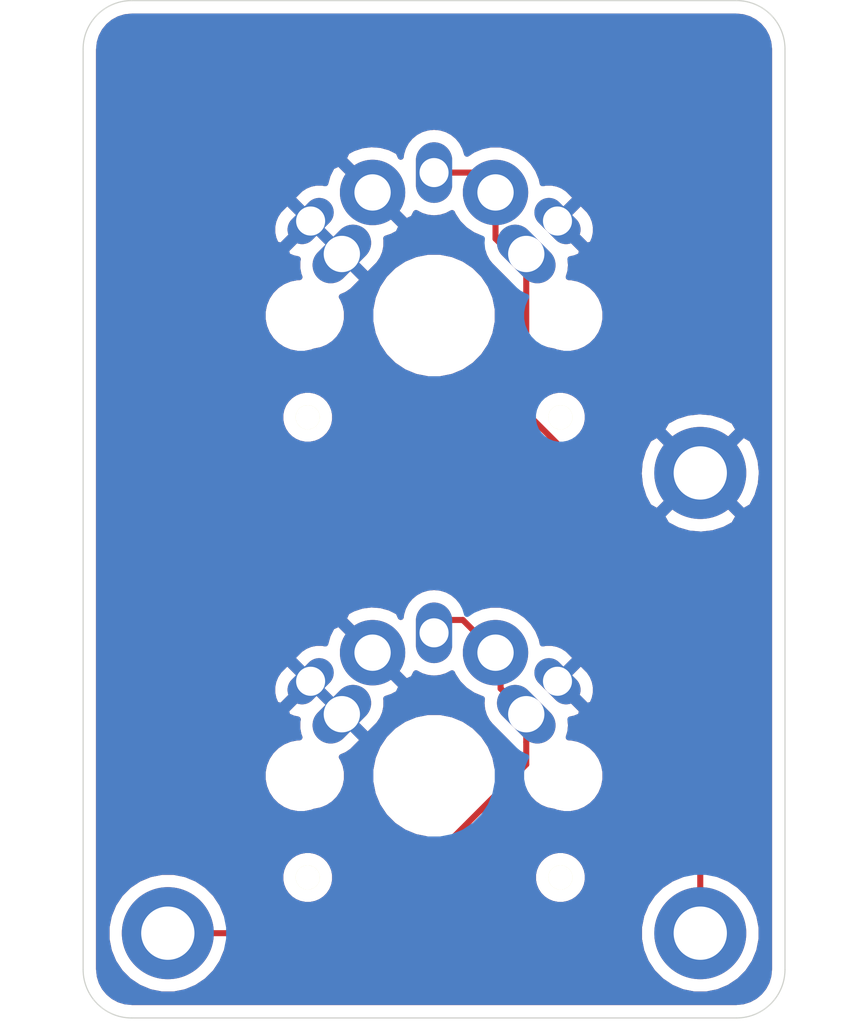
<source format=kicad_pcb>
(kicad_pcb (version 20171130) (host pcbnew "(5.1.2)-2")

  (general
    (thickness 1.6)
    (drawings 8)
    (tracks 19)
    (zones 0)
    (modules 5)
    (nets 4)
  )

  (page A4)
  (layers
    (0 F.Cu signal)
    (31 B.Cu signal)
    (32 B.Adhes user)
    (33 F.Adhes user)
    (34 B.Paste user)
    (35 F.Paste user)
    (36 B.SilkS user)
    (37 F.SilkS user)
    (38 B.Mask user)
    (39 F.Mask user)
    (40 Dwgs.User user)
    (41 Cmts.User user)
    (42 Eco1.User user)
    (43 Eco2.User user)
    (44 Edge.Cuts user)
    (45 Margin user)
    (46 B.CrtYd user)
    (47 F.CrtYd user)
    (48 B.Fab user)
    (49 F.Fab user)
  )

  (setup
    (last_trace_width 0.25)
    (trace_clearance 0.2)
    (zone_clearance 0.508)
    (zone_45_only no)
    (trace_min 0.2)
    (via_size 0.8)
    (via_drill 0.4)
    (via_min_size 0.4)
    (via_min_drill 0.3)
    (uvia_size 0.3)
    (uvia_drill 0.1)
    (uvias_allowed no)
    (uvia_min_size 0.2)
    (uvia_min_drill 0.1)
    (edge_width 0.05)
    (segment_width 0.2)
    (pcb_text_width 0.3)
    (pcb_text_size 1.5 1.5)
    (mod_edge_width 0.12)
    (mod_text_size 1 1)
    (mod_text_width 0.15)
    (pad_size 1.524 1.524)
    (pad_drill 0.762)
    (pad_to_mask_clearance 0.051)
    (solder_mask_min_width 0.25)
    (aux_axis_origin 0 0)
    (visible_elements 7FFFFFFF)
    (pcbplotparams
      (layerselection 0x010f0_ffffffff)
      (usegerberextensions false)
      (usegerberattributes false)
      (usegerberadvancedattributes false)
      (creategerberjobfile false)
      (excludeedgelayer true)
      (linewidth 0.100000)
      (plotframeref false)
      (viasonmask false)
      (mode 1)
      (useauxorigin false)
      (hpglpennumber 1)
      (hpglpenspeed 20)
      (hpglpendiameter 15.000000)
      (psnegative false)
      (psa4output false)
      (plotreference true)
      (plotvalue true)
      (plotinvisibletext false)
      (padsonsilk false)
      (subtractmaskfromsilk false)
      (outputformat 1)
      (mirror false)
      (drillshape 0)
      (scaleselection 1)
      (outputdirectory ""))
  )

  (net 0 "")
  (net 1 "Net-(H1-Pad1)")
  (net 2 "Net-(H2-Pad1)")
  (net 3 "Net-(H3-Pad1)")

  (net_class Default "これはデフォルトのネット クラスです。"
    (clearance 0.2)
    (trace_width 0.25)
    (via_dia 0.8)
    (via_drill 0.4)
    (uvia_dia 0.3)
    (uvia_drill 0.1)
    (add_net "Net-(H1-Pad1)")
    (add_net "Net-(H2-Pad1)")
    (add_net "Net-(H3-Pad1)")
  )

  (module MountingHole:MountingHole_2.2mm_M2_DIN965_Pad (layer F.Cu) (tedit 56D1B4CB) (tstamp 5E91EF35)
    (at 165.5 118.5)
    (descr "Mounting Hole 2.2mm, M2, DIN965")
    (tags "mounting hole 2.2mm m2 din965")
    (path /5E919DE6)
    (attr virtual)
    (fp_text reference H2 (at 0 -2.9) (layer F.SilkS) hide
      (effects (font (size 1 1) (thickness 0.15)))
    )
    (fp_text value MountingHole_Pad (at 0 2.9) (layer F.Fab)
      (effects (font (size 1 1) (thickness 0.15)))
    )
    (fp_circle (center 0 0) (end 2.15 0) (layer F.CrtYd) (width 0.05))
    (fp_circle (center 0 0) (end 1.9 0) (layer Cmts.User) (width 0.15))
    (fp_text user %R (at 0.3 0) (layer F.Fab)
      (effects (font (size 1 1) (thickness 0.15)))
    )
    (pad 1 thru_hole circle (at 0 0) (size 3.8 3.8) (drill 2.2) (layers *.Cu *.Mask)
      (net 2 "Net-(H2-Pad1)"))
  )

  (module MountingHole:MountingHole_2.2mm_M2_DIN965_Pad (layer F.Cu) (tedit 56D1B4CB) (tstamp 5E91EF2D)
    (at 165.5 99.5)
    (descr "Mounting Hole 2.2mm, M2, DIN965")
    (tags "mounting hole 2.2mm m2 din965")
    (path /5E919AFA)
    (attr virtual)
    (fp_text reference H1 (at 0 -2.9) (layer F.SilkS) hide
      (effects (font (size 1 1) (thickness 0.15)))
    )
    (fp_text value MountingHole_Pad (at 0 2.9) (layer F.Fab)
      (effects (font (size 1 1) (thickness 0.15)))
    )
    (fp_text user %R (at 0.3 0) (layer F.Fab)
      (effects (font (size 1 1) (thickness 0.15)))
    )
    (fp_circle (center 0 0) (end 1.9 0) (layer Cmts.User) (width 0.15))
    (fp_circle (center 0 0) (end 2.15 0) (layer F.CrtYd) (width 0.05))
    (pad 1 thru_hole circle (at 0 0) (size 3.8 3.8) (drill 2.2) (layers *.Cu *.Mask)
      (net 1 "Net-(H1-Pad1)"))
  )

  (module MountingHole:MountingHole_2.2mm_M2_DIN965_Pad (layer F.Cu) (tedit 56D1B4CB) (tstamp 5E91EF3D)
    (at 143.5 118.5)
    (descr "Mounting Hole 2.2mm, M2, DIN965")
    (tags "mounting hole 2.2mm m2 din965")
    (path /5E91A033)
    (attr virtual)
    (fp_text reference H3 (at 0 -2.9) (layer F.SilkS) hide
      (effects (font (size 1 1) (thickness 0.15)))
    )
    (fp_text value MountingHole_Pad (at 0 2.9) (layer F.Fab)
      (effects (font (size 1 1) (thickness 0.15)))
    )
    (fp_text user %R (at 0.3 0) (layer F.Fab)
      (effects (font (size 1 1) (thickness 0.15)))
    )
    (fp_circle (center 0 0) (end 1.9 0) (layer Cmts.User) (width 0.15))
    (fp_circle (center 0 0) (end 2.15 0) (layer F.CrtYd) (width 0.05))
    (pad 1 thru_hole circle (at 0 0) (size 3.8 3.8) (drill 2.2) (layers *.Cu *.Mask)
      (net 3 "Net-(H3-Pad1)"))
  )

  (module Lily58-footprint:MX_PG1350_FLIP_HOLES placed (layer F.Cu) (tedit 5AA85BE8) (tstamp 5E91EF5B)
    (at 154.5 93)
    (descr MXALPS)
    (tags MXALPS)
    (path /5E91A5DE)
    (fp_text reference SW1 (at 0 3.048) (layer F.SilkS) hide
      (effects (font (size 1.524 1.524) (thickness 0.3048)))
    )
    (fp_text value SW_PUSH (at 0 6) (layer F.SilkS) hide
      (effects (font (size 1.524 1.524) (thickness 0.3048)))
    )
    (fp_line (start -7.62 -7.62) (end 7.62 -7.62) (layer Dwgs.User) (width 0.3))
    (fp_line (start 7.62 -7.62) (end 7.62 7.62) (layer Dwgs.User) (width 0.3))
    (fp_line (start 7.62 7.62) (end -7.62 7.62) (layer Dwgs.User) (width 0.3))
    (fp_line (start -7.62 7.62) (end -7.62 -7.62) (layer Dwgs.User) (width 0.3))
    (pad "" np_thru_hole circle (at 5.22 4.2) (size 1 1) (drill 1) (layers *.Cu *.Mask F.SilkS))
    (pad 2 thru_hole oval (at 0 -5.9 90) (size 2.5 1.5) (drill 1.2) (layers *.Cu *.Mask)
      (net 2 "Net-(H2-Pad1)"))
    (pad 1 thru_hole oval (at 5.1 -3.9 315) (size 2.2 1.2) (drill oval 1.2) (layers *.Cu *.Mask)
      (net 1 "Net-(H1-Pad1)"))
    (pad 1 thru_hole oval (at -5.1 -3.9 45) (size 2.2 1.2) (drill oval 1.2) (layers *.Cu *.Mask)
      (net 1 "Net-(H1-Pad1)"))
    (pad "" np_thru_hole circle (at 5.5 0) (size 1.9 1.9) (drill 1.9) (layers *.Cu *.Mask)
      (clearance 0.1524))
    (pad "" np_thru_hole circle (at -5.5 0) (size 1.9 1.9) (drill 1.9) (layers *.Cu *.Mask)
      (clearance 0.1524))
    (pad 1 thru_hole oval (at -3.81 -2.54 45) (size 2.8 1.5) (drill oval 1.5) (layers *.Cu *.Mask)
      (net 1 "Net-(H1-Pad1)"))
    (pad "" np_thru_hole circle (at 0 0) (size 4 4) (drill 4) (layers *.Cu *.Mask)
      (clearance 0.1524))
    (pad "" np_thru_hole circle (at -5.08 0) (size 1.7 1.7) (drill 1.7) (layers *.Cu *.Mask)
      (clearance 0.1524))
    (pad "" np_thru_hole circle (at 5.08 0) (size 1.7 1.7) (drill 1.7) (layers *.Cu *.Mask)
      (clearance 0.1524))
    (pad 2 thru_hole oval (at 3.81 -2.54 315) (size 2.8 1.5) (drill 1.5) (layers *.Cu *.Mask)
      (net 2 "Net-(H2-Pad1)"))
    (pad 1 thru_hole circle (at -2.54 -5.08) (size 2.7 2.7) (drill 1.5) (layers *.Cu *.Mask)
      (net 1 "Net-(H1-Pad1)"))
    (pad 2 thru_hole circle (at 2.54 -5.08) (size 2.7 2.7) (drill 1.5) (layers *.Cu *.Mask)
      (net 2 "Net-(H2-Pad1)"))
    (pad "" np_thru_hole circle (at -5.22 4.2) (size 1 1) (drill 1) (layers *.Cu *.Mask F.SilkS))
  )

  (module Lily58-footprint:MX_PG1350_FLIP_HOLES placed (layer F.Cu) (tedit 5AA85BE8) (tstamp 5E91EF71)
    (at 154.5 112)
    (descr MXALPS)
    (tags MXALPS)
    (path /5E91AE65)
    (fp_text reference SW2 (at 0 3.048) (layer F.SilkS) hide
      (effects (font (size 1.524 1.524) (thickness 0.3048)))
    )
    (fp_text value SW_PUSH (at 0 6) (layer F.SilkS) hide
      (effects (font (size 1.524 1.524) (thickness 0.3048)))
    )
    (fp_line (start -7.62 7.62) (end -7.62 -7.62) (layer Dwgs.User) (width 0.3))
    (fp_line (start 7.62 7.62) (end -7.62 7.62) (layer Dwgs.User) (width 0.3))
    (fp_line (start 7.62 -7.62) (end 7.62 7.62) (layer Dwgs.User) (width 0.3))
    (fp_line (start -7.62 -7.62) (end 7.62 -7.62) (layer Dwgs.User) (width 0.3))
    (pad "" np_thru_hole circle (at -5.22 4.2) (size 1 1) (drill 1) (layers *.Cu *.Mask F.SilkS))
    (pad 2 thru_hole circle (at 2.54 -5.08) (size 2.7 2.7) (drill 1.5) (layers *.Cu *.Mask)
      (net 3 "Net-(H3-Pad1)"))
    (pad 1 thru_hole circle (at -2.54 -5.08) (size 2.7 2.7) (drill 1.5) (layers *.Cu *.Mask)
      (net 1 "Net-(H1-Pad1)"))
    (pad 2 thru_hole oval (at 3.81 -2.54 315) (size 2.8 1.5) (drill 1.5) (layers *.Cu *.Mask)
      (net 3 "Net-(H3-Pad1)"))
    (pad "" np_thru_hole circle (at 5.08 0) (size 1.7 1.7) (drill 1.7) (layers *.Cu *.Mask)
      (clearance 0.1524))
    (pad "" np_thru_hole circle (at -5.08 0) (size 1.7 1.7) (drill 1.7) (layers *.Cu *.Mask)
      (clearance 0.1524))
    (pad "" np_thru_hole circle (at 0 0) (size 4 4) (drill 4) (layers *.Cu *.Mask)
      (clearance 0.1524))
    (pad 1 thru_hole oval (at -3.81 -2.54 45) (size 2.8 1.5) (drill oval 1.5) (layers *.Cu *.Mask)
      (net 1 "Net-(H1-Pad1)"))
    (pad "" np_thru_hole circle (at -5.5 0) (size 1.9 1.9) (drill 1.9) (layers *.Cu *.Mask)
      (clearance 0.1524))
    (pad "" np_thru_hole circle (at 5.5 0) (size 1.9 1.9) (drill 1.9) (layers *.Cu *.Mask)
      (clearance 0.1524))
    (pad 1 thru_hole oval (at -5.1 -3.9 45) (size 2.2 1.2) (drill oval 1.2) (layers *.Cu *.Mask)
      (net 1 "Net-(H1-Pad1)"))
    (pad 1 thru_hole oval (at 5.1 -3.9 315) (size 2.2 1.2) (drill oval 1.2) (layers *.Cu *.Mask)
      (net 1 "Net-(H1-Pad1)"))
    (pad 2 thru_hole oval (at 0 -5.9 90) (size 2.5 1.5) (drill 1.2) (layers *.Cu *.Mask)
      (net 3 "Net-(H3-Pad1)"))
    (pad "" np_thru_hole circle (at 5.22 4.2) (size 1 1) (drill 1) (layers *.Cu *.Mask F.SilkS))
  )

  (gr_arc (start 167 120) (end 167 122) (angle -90) (layer Edge.Cuts) (width 0.05))
  (gr_arc (start 142 120) (end 140 120) (angle -90) (layer Edge.Cuts) (width 0.05))
  (gr_arc (start 167 82) (end 169 82) (angle -90) (layer Edge.Cuts) (width 0.05))
  (gr_arc (start 142 82) (end 142 80) (angle -90) (layer Edge.Cuts) (width 0.05))
  (gr_line (start 140 120) (end 140 82) (layer Edge.Cuts) (width 0.05) (tstamp 5E91F0E9))
  (gr_line (start 167 122) (end 142 122) (layer Edge.Cuts) (width 0.05))
  (gr_line (start 169 82) (end 169 120) (layer Edge.Cuts) (width 0.05))
  (gr_line (start 142 80) (end 167 80) (layer Edge.Cuts) (width 0.05))

  (segment (start 156.22 87.1) (end 157.04 87.92) (width 0.25) (layer F.Cu) (net 2))
  (segment (start 154.5 87.1) (end 156.22 87.1) (width 0.25) (layer F.Cu) (net 2))
  (segment (start 157.670812 90.46) (end 158.31 90.46) (width 0.25) (layer F.Cu) (net 2))
  (segment (start 157.04 89.829188) (end 157.670812 90.46) (width 0.25) (layer F.Cu) (net 2))
  (segment (start 157.04 87.92) (end 157.04 89.829188) (width 0.25) (layer F.Cu) (net 2))
  (segment (start 165.5 115.812995) (end 165.5 118.5) (width 0.25) (layer F.Cu) (net 2))
  (segment (start 165.5 104.201002) (end 165.5 115.812995) (width 0.25) (layer F.Cu) (net 2))
  (segment (start 158.31 97.011002) (end 165.5 104.201002) (width 0.25) (layer F.Cu) (net 2))
  (segment (start 158.31 90.46) (end 158.31 97.011002) (width 0.25) (layer F.Cu) (net 2))
  (segment (start 158.31 110.609282) (end 158.31 109.46) (width 0.25) (layer F.Cu) (net 3))
  (segment (start 158.31 111.530998) (end 158.31 110.609282) (width 0.25) (layer F.Cu) (net 3))
  (segment (start 151.340998 118.5) (end 158.31 111.530998) (width 0.25) (layer F.Cu) (net 3))
  (segment (start 143.5 118.5) (end 151.340998 118.5) (width 0.25) (layer F.Cu) (net 3))
  (segment (start 157.249341 107.129341) (end 157.04 106.92) (width 0.25) (layer F.Cu) (net 3))
  (segment (start 157.249341 108.399341) (end 157.249341 107.129341) (width 0.25) (layer F.Cu) (net 3))
  (segment (start 158.31 109.46) (end 157.249341 108.399341) (width 0.25) (layer F.Cu) (net 3))
  (segment (start 155.029999 105.570001) (end 154.5 106.1) (width 0.25) (layer F.Cu) (net 3))
  (segment (start 155.690001 105.570001) (end 155.029999 105.570001) (width 0.25) (layer F.Cu) (net 3))
  (segment (start 157.04 106.92) (end 155.690001 105.570001) (width 0.25) (layer F.Cu) (net 3))

  (zone (net 1) (net_name "Net-(H1-Pad1)") (layer F.Cu) (tstamp 5E9876ED) (hatch edge 0.508)
    (connect_pads (clearance 0.508))
    (min_thickness 0.254)
    (fill yes (arc_segments 32) (thermal_gap 0.508) (thermal_bridge_width 0.508))
    (polygon
      (pts
        (xy 140 80) (xy 169 80) (xy 170 122) (xy 140 122)
      )
    )
    (filled_polygon
      (pts
        (xy 167.259659 80.688625) (xy 167.509429 80.764035) (xy 167.739792 80.886522) (xy 167.94198 81.051422) (xy 168.108286 81.25245)
        (xy 168.232378 81.481954) (xy 168.309531 81.731195) (xy 168.34 82.021089) (xy 168.340001 119.967711) (xy 168.311375 120.25966)
        (xy 168.235965 120.509429) (xy 168.113477 120.739794) (xy 167.948579 120.941979) (xy 167.747546 121.108288) (xy 167.518046 121.232378)
        (xy 167.268805 121.309531) (xy 166.978911 121.34) (xy 142.032279 121.34) (xy 141.74034 121.311375) (xy 141.490571 121.235965)
        (xy 141.260206 121.113477) (xy 141.058021 120.948579) (xy 140.891712 120.747546) (xy 140.767622 120.518046) (xy 140.690469 120.268805)
        (xy 140.66 119.978911) (xy 140.66 118.250324) (xy 140.965 118.250324) (xy 140.965 118.749676) (xy 141.062418 119.239432)
        (xy 141.253512 119.700773) (xy 141.530937 120.115968) (xy 141.884032 120.469063) (xy 142.299227 120.746488) (xy 142.760568 120.937582)
        (xy 143.250324 121.035) (xy 143.749676 121.035) (xy 144.239432 120.937582) (xy 144.700773 120.746488) (xy 145.115968 120.469063)
        (xy 145.469063 120.115968) (xy 145.746488 119.700773) (xy 145.929062 119.26) (xy 151.303676 119.26) (xy 151.340998 119.263676)
        (xy 151.37832 119.26) (xy 151.378331 119.26) (xy 151.489984 119.249003) (xy 151.633245 119.205546) (xy 151.765274 119.134974)
        (xy 151.880999 119.040001) (xy 151.904802 119.010997) (xy 154.827587 116.088212) (xy 158.585 116.088212) (xy 158.585 116.311788)
        (xy 158.628617 116.531067) (xy 158.714176 116.737624) (xy 158.838388 116.92352) (xy 158.99648 117.081612) (xy 159.182376 117.205824)
        (xy 159.388933 117.291383) (xy 159.608212 117.335) (xy 159.831788 117.335) (xy 160.051067 117.291383) (xy 160.257624 117.205824)
        (xy 160.44352 117.081612) (xy 160.601612 116.92352) (xy 160.725824 116.737624) (xy 160.811383 116.531067) (xy 160.855 116.311788)
        (xy 160.855 116.088212) (xy 160.811383 115.868933) (xy 160.725824 115.662376) (xy 160.601612 115.47648) (xy 160.44352 115.318388)
        (xy 160.257624 115.194176) (xy 160.051067 115.108617) (xy 159.831788 115.065) (xy 159.608212 115.065) (xy 159.388933 115.108617)
        (xy 159.182376 115.194176) (xy 158.99648 115.318388) (xy 158.838388 115.47648) (xy 158.714176 115.662376) (xy 158.628617 115.868933)
        (xy 158.585 116.088212) (xy 154.827587 116.088212) (xy 158.248891 112.666909) (xy 158.26401 112.703411) (xy 158.426525 112.946632)
        (xy 158.633368 113.153475) (xy 158.876589 113.31599) (xy 159.146842 113.427932) (xy 159.43374 113.485) (xy 159.443303 113.485)
        (xy 159.537673 113.524089) (xy 159.843891 113.585) (xy 160.156109 113.585) (xy 160.462327 113.524089) (xy 160.750779 113.404609)
        (xy 161.010379 113.23115) (xy 161.23115 113.010379) (xy 161.404609 112.750779) (xy 161.524089 112.462327) (xy 161.585 112.156109)
        (xy 161.585 111.843891) (xy 161.524089 111.537673) (xy 161.404609 111.249221) (xy 161.23115 110.989621) (xy 161.010379 110.76885)
        (xy 160.750779 110.595391) (xy 160.462327 110.475911) (xy 160.156109 110.415) (xy 160.066667 110.415) (xy 160.134579 110.191126)
        (xy 160.161319 109.919619) (xy 160.137423 109.676986) (xy 160.319048 109.640046) (xy 160.543499 109.545944) (xy 160.572875 109.522042)
        (xy 160.619458 109.299063) (xy 159.6 108.279605) (xy 159.585858 108.293748) (xy 159.406253 108.114143) (xy 159.420395 108.1)
        (xy 159.779605 108.1) (xy 160.799063 109.119458) (xy 161.022042 109.072875) (xy 161.045944 109.043499) (xy 161.140046 108.819048)
        (xy 161.188552 108.580553) (xy 161.189599 108.337176) (xy 161.143145 108.098272) (xy 161.050975 107.873021) (xy 160.916633 107.670079)
        (xy 160.563079 107.316526) (xy 159.779605 108.1) (xy 159.420395 108.1) (xy 159.406253 108.085858) (xy 159.585858 107.906253)
        (xy 159.6 107.920395) (xy 160.383474 107.136921) (xy 160.029921 106.783367) (xy 159.826979 106.649025) (xy 159.601728 106.556855)
        (xy 159.362824 106.510401) (xy 159.119447 106.511448) (xy 158.987943 106.538194) (xy 158.948718 106.340997) (xy 158.799085 105.97975)
        (xy 158.581851 105.654636) (xy 158.305364 105.378149) (xy 157.98025 105.160915) (xy 157.619003 105.011282) (xy 157.235505 104.935)
        (xy 156.844495 104.935) (xy 156.460997 105.011282) (xy 156.280745 105.085944) (xy 156.253805 105.059004) (xy 156.230002 105.03)
        (xy 156.114277 104.935027) (xy 155.982248 104.864455) (xy 155.838987 104.820998) (xy 155.727334 104.810001) (xy 155.727323 104.810001)
        (xy 155.690001 104.806325) (xy 155.652679 104.810001) (xy 155.64336 104.810001) (xy 155.48408 104.615919) (xy 155.273187 104.442843)
        (xy 155.03258 104.314236) (xy 154.771506 104.23504) (xy 154.5 104.208299) (xy 154.228493 104.23504) (xy 153.967419 104.314236)
        (xy 153.726812 104.442843) (xy 153.515919 104.61592) (xy 153.342843 104.826813) (xy 153.214236 105.06742) (xy 153.13504 105.328494)
        (xy 153.123607 105.444579) (xy 153.027276 105.234956) (xy 152.678033 105.059118) (xy 152.301196 104.954793) (xy 151.911247 104.925991)
        (xy 151.523172 104.973816) (xy 151.151884 105.096432) (xy 150.892724 105.234956) (xy 150.754767 105.535162) (xy 151.96 106.740395)
        (xy 151.974143 106.726253) (xy 152.153748 106.905858) (xy 152.139605 106.92) (xy 153.344838 108.125233) (xy 153.645044 107.987276)
        (xy 153.753676 107.771515) (xy 153.96742 107.885764) (xy 154.228494 107.96496) (xy 154.5 107.991701) (xy 154.771507 107.96496)
        (xy 155.032581 107.885764) (xy 155.244553 107.772463) (xy 155.280915 107.86025) (xy 155.498149 108.185364) (xy 155.774636 108.461851)
        (xy 156.09975 108.679085) (xy 156.460997 108.828718) (xy 156.475307 108.831564) (xy 156.458681 109.000381) (xy 156.485421 109.271888)
        (xy 156.564617 109.532961) (xy 156.693225 109.773569) (xy 156.822929 109.931614) (xy 157.550001 110.658686) (xy 157.55 111.216196)
        (xy 157.11687 111.649327) (xy 157.033739 111.231399) (xy 156.835107 110.751859) (xy 156.546738 110.320285) (xy 156.179715 109.953262)
        (xy 155.748141 109.664893) (xy 155.268601 109.466261) (xy 154.759525 109.365) (xy 154.240475 109.365) (xy 153.731399 109.466261)
        (xy 153.251859 109.664893) (xy 152.820285 109.953262) (xy 152.453262 110.320285) (xy 152.164893 110.751859) (xy 151.966261 111.231399)
        (xy 151.865 111.740475) (xy 151.865 112.259525) (xy 151.966261 112.768601) (xy 152.164893 113.248141) (xy 152.453262 113.679715)
        (xy 152.820285 114.046738) (xy 153.251859 114.335107) (xy 153.731399 114.533739) (xy 154.149327 114.61687) (xy 151.026197 117.74)
        (xy 145.929062 117.74) (xy 145.746488 117.299227) (xy 145.469063 116.884032) (xy 145.115968 116.530937) (xy 144.700773 116.253512)
        (xy 144.301705 116.088212) (xy 148.145 116.088212) (xy 148.145 116.311788) (xy 148.188617 116.531067) (xy 148.274176 116.737624)
        (xy 148.398388 116.92352) (xy 148.55648 117.081612) (xy 148.742376 117.205824) (xy 148.948933 117.291383) (xy 149.168212 117.335)
        (xy 149.391788 117.335) (xy 149.611067 117.291383) (xy 149.817624 117.205824) (xy 150.00352 117.081612) (xy 150.161612 116.92352)
        (xy 150.285824 116.737624) (xy 150.371383 116.531067) (xy 150.415 116.311788) (xy 150.415 116.088212) (xy 150.371383 115.868933)
        (xy 150.285824 115.662376) (xy 150.161612 115.47648) (xy 150.00352 115.318388) (xy 149.817624 115.194176) (xy 149.611067 115.108617)
        (xy 149.391788 115.065) (xy 149.168212 115.065) (xy 148.948933 115.108617) (xy 148.742376 115.194176) (xy 148.55648 115.318388)
        (xy 148.398388 115.47648) (xy 148.274176 115.662376) (xy 148.188617 115.868933) (xy 148.145 116.088212) (xy 144.301705 116.088212)
        (xy 144.239432 116.062418) (xy 143.749676 115.965) (xy 143.250324 115.965) (xy 142.760568 116.062418) (xy 142.299227 116.253512)
        (xy 141.884032 116.530937) (xy 141.530937 116.884032) (xy 141.253512 117.299227) (xy 141.062418 117.760568) (xy 140.965 118.250324)
        (xy 140.66 118.250324) (xy 140.66 111.843891) (xy 147.415 111.843891) (xy 147.415 112.156109) (xy 147.475911 112.462327)
        (xy 147.595391 112.750779) (xy 147.76885 113.010379) (xy 147.989621 113.23115) (xy 148.249221 113.404609) (xy 148.537673 113.524089)
        (xy 148.843891 113.585) (xy 149.156109 113.585) (xy 149.462327 113.524089) (xy 149.556697 113.485) (xy 149.56626 113.485)
        (xy 149.853158 113.427932) (xy 150.123411 113.31599) (xy 150.366632 113.153475) (xy 150.573475 112.946632) (xy 150.73599 112.703411)
        (xy 150.847932 112.433158) (xy 150.905 112.14626) (xy 150.905 111.85374) (xy 150.847932 111.566842) (xy 150.73599 111.296589)
        (xy 150.690115 111.227932) (xy 150.894249 111.141762) (xy 151.119921 110.988765) (xy 151.57954 110.529145) (xy 150.69 109.639605)
        (xy 150.675858 109.653748) (xy 150.496253 109.474143) (xy 150.510395 109.46) (xy 150.148474 109.098079) (xy 150.183474 109.063079)
        (xy 149.4 108.279605) (xy 148.380542 109.299063) (xy 148.427125 109.522042) (xy 148.456501 109.545944) (xy 148.680952 109.640046)
        (xy 148.867005 109.677886) (xy 148.847217 109.773979) (xy 148.845381 110.046619) (xy 148.89677 110.314379) (xy 148.937657 110.415)
        (xy 148.843891 110.415) (xy 148.537673 110.475911) (xy 148.249221 110.595391) (xy 147.989621 110.76885) (xy 147.76885 110.989621)
        (xy 147.595391 111.249221) (xy 147.475911 111.537673) (xy 147.415 111.843891) (xy 140.66 111.843891) (xy 140.66 108.337176)
        (xy 147.810401 108.337176) (xy 147.811448 108.580553) (xy 147.859954 108.819048) (xy 147.954056 109.043499) (xy 147.977958 109.072875)
        (xy 148.200937 109.119458) (xy 149.220395 108.1) (xy 148.436921 107.316526) (xy 148.083367 107.670079) (xy 147.949025 107.873021)
        (xy 147.856855 108.098272) (xy 147.810401 108.337176) (xy 140.66 108.337176) (xy 140.66 107.136921) (xy 148.616526 107.136921)
        (xy 149.4 107.920395) (xy 149.414143 107.906253) (xy 149.593748 108.085858) (xy 149.579605 108.1) (xy 149.83546 108.355855)
        (xy 149.80046 108.390855) (xy 150.69 109.280395) (xy 150.704143 109.266253) (xy 150.883748 109.445858) (xy 150.869605 109.46)
        (xy 151.759145 110.34954) (xy 152.218765 109.889921) (xy 152.371762 109.664249) (xy 152.477793 109.413064) (xy 152.532783 109.146021)
        (xy 152.534619 108.873381) (xy 152.525107 108.82382) (xy 152.768116 108.743568) (xy 153.027276 108.605044) (xy 153.165233 108.304838)
        (xy 151.96 107.099605) (xy 151.945858 107.113748) (xy 151.766253 106.934143) (xy 151.780395 106.92) (xy 150.575162 105.714767)
        (xy 150.274956 105.852724) (xy 150.099118 106.201967) (xy 150.006357 106.537034) (xy 149.880553 106.511448) (xy 149.637176 106.510401)
        (xy 149.398272 106.556855) (xy 149.173021 106.649025) (xy 148.970079 106.783367) (xy 148.616526 107.136921) (xy 140.66 107.136921)
        (xy 140.66 97.088212) (xy 148.145 97.088212) (xy 148.145 97.311788) (xy 148.188617 97.531067) (xy 148.274176 97.737624)
        (xy 148.398388 97.92352) (xy 148.55648 98.081612) (xy 148.742376 98.205824) (xy 148.948933 98.291383) (xy 149.168212 98.335)
        (xy 149.391788 98.335) (xy 149.611067 98.291383) (xy 149.817624 98.205824) (xy 150.00352 98.081612) (xy 150.161612 97.92352)
        (xy 150.285824 97.737624) (xy 150.371383 97.531067) (xy 150.415 97.311788) (xy 150.415 97.088212) (xy 150.371383 96.868933)
        (xy 150.285824 96.662376) (xy 150.161612 96.47648) (xy 150.00352 96.318388) (xy 149.817624 96.194176) (xy 149.611067 96.108617)
        (xy 149.391788 96.065) (xy 149.168212 96.065) (xy 148.948933 96.108617) (xy 148.742376 96.194176) (xy 148.55648 96.318388)
        (xy 148.398388 96.47648) (xy 148.274176 96.662376) (xy 148.188617 96.868933) (xy 148.145 97.088212) (xy 140.66 97.088212)
        (xy 140.66 92.843891) (xy 147.415 92.843891) (xy 147.415 93.156109) (xy 147.475911 93.462327) (xy 147.595391 93.750779)
        (xy 147.76885 94.010379) (xy 147.989621 94.23115) (xy 148.249221 94.404609) (xy 148.537673 94.524089) (xy 148.843891 94.585)
        (xy 149.156109 94.585) (xy 149.462327 94.524089) (xy 149.556697 94.485) (xy 149.56626 94.485) (xy 149.853158 94.427932)
        (xy 150.123411 94.31599) (xy 150.366632 94.153475) (xy 150.573475 93.946632) (xy 150.73599 93.703411) (xy 150.847932 93.433158)
        (xy 150.905 93.14626) (xy 150.905 92.85374) (xy 150.882471 92.740475) (xy 151.865 92.740475) (xy 151.865 93.259525)
        (xy 151.966261 93.768601) (xy 152.164893 94.248141) (xy 152.453262 94.679715) (xy 152.820285 95.046738) (xy 153.251859 95.335107)
        (xy 153.731399 95.533739) (xy 154.240475 95.635) (xy 154.759525 95.635) (xy 155.268601 95.533739) (xy 155.748141 95.335107)
        (xy 156.179715 95.046738) (xy 156.546738 94.679715) (xy 156.835107 94.248141) (xy 157.033739 93.768601) (xy 157.135 93.259525)
        (xy 157.135 92.740475) (xy 157.033739 92.231399) (xy 156.835107 91.751859) (xy 156.546738 91.320285) (xy 156.179715 90.953262)
        (xy 155.748141 90.664893) (xy 155.268601 90.466261) (xy 154.759525 90.365) (xy 154.240475 90.365) (xy 153.731399 90.466261)
        (xy 153.251859 90.664893) (xy 152.820285 90.953262) (xy 152.453262 91.320285) (xy 152.164893 91.751859) (xy 151.966261 92.231399)
        (xy 151.865 92.740475) (xy 150.882471 92.740475) (xy 150.847932 92.566842) (xy 150.73599 92.296589) (xy 150.690115 92.227932)
        (xy 150.894249 92.141762) (xy 151.119921 91.988765) (xy 151.57954 91.529145) (xy 150.69 90.639605) (xy 150.675858 90.653748)
        (xy 150.496253 90.474143) (xy 150.510395 90.46) (xy 150.148474 90.098079) (xy 150.183474 90.063079) (xy 149.4 89.279605)
        (xy 148.380542 90.299063) (xy 148.427125 90.522042) (xy 148.456501 90.545944) (xy 148.680952 90.640046) (xy 148.867005 90.677886)
        (xy 148.847217 90.773979) (xy 148.845381 91.046619) (xy 148.89677 91.314379) (xy 148.937657 91.415) (xy 148.843891 91.415)
        (xy 148.537673 91.475911) (xy 148.249221 91.595391) (xy 147.989621 91.76885) (xy 147.76885 91.989621) (xy 147.595391 92.249221)
        (xy 147.475911 92.537673) (xy 147.415 92.843891) (xy 140.66 92.843891) (xy 140.66 89.337176) (xy 147.810401 89.337176)
        (xy 147.811448 89.580553) (xy 147.859954 89.819048) (xy 147.954056 90.043499) (xy 147.977958 90.072875) (xy 148.200937 90.119458)
        (xy 149.220395 89.1) (xy 148.436921 88.316526) (xy 148.083367 88.670079) (xy 147.949025 88.873021) (xy 147.856855 89.098272)
        (xy 147.810401 89.337176) (xy 140.66 89.337176) (xy 140.66 88.136921) (xy 148.616526 88.136921) (xy 149.4 88.920395)
        (xy 149.414143 88.906253) (xy 149.593748 89.085858) (xy 149.579605 89.1) (xy 149.83546 89.355855) (xy 149.80046 89.390855)
        (xy 150.69 90.280395) (xy 150.704143 90.266253) (xy 150.883748 90.445858) (xy 150.869605 90.46) (xy 151.759145 91.34954)
        (xy 152.218765 90.889921) (xy 152.371762 90.664249) (xy 152.477793 90.413064) (xy 152.532783 90.146021) (xy 152.534619 89.873381)
        (xy 152.525107 89.82382) (xy 152.768116 89.743568) (xy 153.027276 89.605044) (xy 153.165233 89.304838) (xy 151.96 88.099605)
        (xy 151.945858 88.113748) (xy 151.766253 87.934143) (xy 151.780395 87.92) (xy 150.575162 86.714767) (xy 150.274956 86.852724)
        (xy 150.099118 87.201967) (xy 150.006357 87.537034) (xy 149.880553 87.511448) (xy 149.637176 87.510401) (xy 149.398272 87.556855)
        (xy 149.173021 87.649025) (xy 148.970079 87.783367) (xy 148.616526 88.136921) (xy 140.66 88.136921) (xy 140.66 86.535162)
        (xy 150.754767 86.535162) (xy 151.96 87.740395) (xy 151.974143 87.726253) (xy 152.153748 87.905858) (xy 152.139605 87.92)
        (xy 153.344838 89.125233) (xy 153.645044 88.987276) (xy 153.753676 88.771515) (xy 153.96742 88.885764) (xy 154.228494 88.96496)
        (xy 154.5 88.991701) (xy 154.771507 88.96496) (xy 155.032581 88.885764) (xy 155.244553 88.772463) (xy 155.280915 88.86025)
        (xy 155.498149 89.185364) (xy 155.774636 89.461851) (xy 156.09975 89.679085) (xy 156.280001 89.753747) (xy 156.280001 89.791856)
        (xy 156.276324 89.829188) (xy 156.290998 89.978173) (xy 156.334454 90.121434) (xy 156.405026 90.253464) (xy 156.476201 90.34019)
        (xy 156.5 90.369189) (xy 156.519888 90.385511) (xy 156.564617 90.532961) (xy 156.693225 90.773569) (xy 156.822929 90.931614)
        (xy 157.55 91.658685) (xy 157.550001 96.97367) (xy 157.546324 97.011002) (xy 157.560998 97.159987) (xy 157.604454 97.303248)
        (xy 157.675026 97.435278) (xy 157.746201 97.522004) (xy 157.77 97.551003) (xy 157.798998 97.574801) (xy 164.74 104.515804)
        (xy 164.740001 115.775653) (xy 164.74 115.775663) (xy 164.74 116.070938) (xy 164.299227 116.253512) (xy 163.884032 116.530937)
        (xy 163.530937 116.884032) (xy 163.253512 117.299227) (xy 163.062418 117.760568) (xy 162.965 118.250324) (xy 162.965 118.749676)
        (xy 163.062418 119.239432) (xy 163.253512 119.700773) (xy 163.530937 120.115968) (xy 163.884032 120.469063) (xy 164.299227 120.746488)
        (xy 164.760568 120.937582) (xy 165.250324 121.035) (xy 165.749676 121.035) (xy 166.239432 120.937582) (xy 166.700773 120.746488)
        (xy 167.115968 120.469063) (xy 167.469063 120.115968) (xy 167.746488 119.700773) (xy 167.937582 119.239432) (xy 168.035 118.749676)
        (xy 168.035 118.250324) (xy 167.937582 117.760568) (xy 167.746488 117.299227) (xy 167.469063 116.884032) (xy 167.115968 116.530937)
        (xy 166.700773 116.253512) (xy 166.26 116.070938) (xy 166.26 104.238335) (xy 166.263677 104.201002) (xy 166.249003 104.052016)
        (xy 166.205546 103.908755) (xy 166.134974 103.776726) (xy 166.063799 103.689999) (xy 166.040001 103.661001) (xy 166.011004 103.637204)
        (xy 163.650149 101.276349) (xy 163.903256 101.276349) (xy 164.107362 101.632867) (xy 164.550223 101.863575) (xy 165.029583 102.003452)
        (xy 165.527021 102.047123) (xy 166.023422 101.992909) (xy 166.499707 101.842894) (xy 166.892638 101.632867) (xy 167.096744 101.276349)
        (xy 165.5 99.679605) (xy 163.903256 101.276349) (xy 163.650149 101.276349) (xy 161.900821 99.527021) (xy 162.952877 99.527021)
        (xy 163.007091 100.023422) (xy 163.157106 100.499707) (xy 163.367133 100.892638) (xy 163.723651 101.096744) (xy 165.320395 99.5)
        (xy 165.679605 99.5) (xy 167.276349 101.096744) (xy 167.632867 100.892638) (xy 167.863575 100.449777) (xy 168.003452 99.970417)
        (xy 168.047123 99.472979) (xy 167.992909 98.976578) (xy 167.842894 98.500293) (xy 167.632867 98.107362) (xy 167.276349 97.903256)
        (xy 165.679605 99.5) (xy 165.320395 99.5) (xy 163.723651 97.903256) (xy 163.367133 98.107362) (xy 163.136425 98.550223)
        (xy 162.996548 99.029583) (xy 162.952877 99.527021) (xy 161.900821 99.527021) (xy 160.449466 98.075666) (xy 160.601612 97.92352)
        (xy 160.725824 97.737624) (xy 160.731611 97.723651) (xy 163.903256 97.723651) (xy 165.5 99.320395) (xy 167.096744 97.723651)
        (xy 166.892638 97.367133) (xy 166.449777 97.136425) (xy 165.970417 96.996548) (xy 165.472979 96.952877) (xy 164.976578 97.007091)
        (xy 164.500293 97.157106) (xy 164.107362 97.367133) (xy 163.903256 97.723651) (xy 160.731611 97.723651) (xy 160.811383 97.531067)
        (xy 160.855 97.311788) (xy 160.855 97.088212) (xy 160.811383 96.868933) (xy 160.725824 96.662376) (xy 160.601612 96.47648)
        (xy 160.44352 96.318388) (xy 160.257624 96.194176) (xy 160.051067 96.108617) (xy 159.831788 96.065) (xy 159.608212 96.065)
        (xy 159.388933 96.108617) (xy 159.182376 96.194176) (xy 159.07 96.269263) (xy 159.07 94.396103) (xy 159.146842 94.427932)
        (xy 159.43374 94.485) (xy 159.443303 94.485) (xy 159.537673 94.524089) (xy 159.843891 94.585) (xy 160.156109 94.585)
        (xy 160.462327 94.524089) (xy 160.750779 94.404609) (xy 161.010379 94.23115) (xy 161.23115 94.010379) (xy 161.404609 93.750779)
        (xy 161.524089 93.462327) (xy 161.585 93.156109) (xy 161.585 92.843891) (xy 161.524089 92.537673) (xy 161.404609 92.249221)
        (xy 161.23115 91.989621) (xy 161.010379 91.76885) (xy 160.750779 91.595391) (xy 160.462327 91.475911) (xy 160.156109 91.415)
        (xy 160.066667 91.415) (xy 160.134579 91.191126) (xy 160.161319 90.919619) (xy 160.137423 90.676986) (xy 160.319048 90.640046)
        (xy 160.543499 90.545944) (xy 160.572875 90.522042) (xy 160.619458 90.299063) (xy 159.6 89.279605) (xy 159.585858 89.293748)
        (xy 159.406253 89.114143) (xy 159.420395 89.1) (xy 159.779605 89.1) (xy 160.799063 90.119458) (xy 161.022042 90.072875)
        (xy 161.045944 90.043499) (xy 161.140046 89.819048) (xy 161.188552 89.580553) (xy 161.189599 89.337176) (xy 161.143145 89.098272)
        (xy 161.050975 88.873021) (xy 160.916633 88.670079) (xy 160.563079 88.316526) (xy 159.779605 89.1) (xy 159.420395 89.1)
        (xy 159.406253 89.085858) (xy 159.585858 88.906253) (xy 159.6 88.920395) (xy 160.383474 88.136921) (xy 160.029921 87.783367)
        (xy 159.826979 87.649025) (xy 159.601728 87.556855) (xy 159.362824 87.510401) (xy 159.119447 87.511448) (xy 158.987943 87.538194)
        (xy 158.948718 87.340997) (xy 158.799085 86.97975) (xy 158.581851 86.654636) (xy 158.305364 86.378149) (xy 157.98025 86.160915)
        (xy 157.619003 86.011282) (xy 157.235505 85.935) (xy 156.844495 85.935) (xy 156.460997 86.011282) (xy 156.09975 86.160915)
        (xy 155.862262 86.319599) (xy 155.785764 86.067419) (xy 155.657157 85.826812) (xy 155.48408 85.615919) (xy 155.273187 85.442843)
        (xy 155.03258 85.314236) (xy 154.771506 85.23504) (xy 154.5 85.208299) (xy 154.228493 85.23504) (xy 153.967419 85.314236)
        (xy 153.726812 85.442843) (xy 153.515919 85.61592) (xy 153.342843 85.826813) (xy 153.214236 86.06742) (xy 153.13504 86.328494)
        (xy 153.123607 86.444579) (xy 153.027276 86.234956) (xy 152.678033 86.059118) (xy 152.301196 85.954793) (xy 151.911247 85.925991)
        (xy 151.523172 85.973816) (xy 151.151884 86.096432) (xy 150.892724 86.234956) (xy 150.754767 86.535162) (xy 140.66 86.535162)
        (xy 140.66 82.032279) (xy 140.688625 81.740341) (xy 140.764035 81.490571) (xy 140.886522 81.260208) (xy 141.051422 81.05802)
        (xy 141.25245 80.891714) (xy 141.481954 80.767622) (xy 141.731195 80.690469) (xy 142.021088 80.66) (xy 166.967721 80.66)
      )
    )
  )
  (zone (net 1) (net_name "Net-(H1-Pad1)") (layer B.Cu) (tstamp 5E9876EA) (hatch edge 0.508)
    (connect_pads (clearance 0.508))
    (min_thickness 0.254)
    (fill yes (arc_segments 32) (thermal_gap 0.508) (thermal_bridge_width 0.508))
    (polygon
      (pts
        (xy 140 80) (xy 169 80) (xy 169 122) (xy 140 122)
      )
    )
    (filled_polygon
      (pts
        (xy 167.259659 80.688625) (xy 167.509429 80.764035) (xy 167.739792 80.886522) (xy 167.94198 81.051422) (xy 168.108286 81.25245)
        (xy 168.232378 81.481954) (xy 168.309531 81.731195) (xy 168.34 82.021089) (xy 168.340001 119.967711) (xy 168.311375 120.25966)
        (xy 168.235965 120.509429) (xy 168.113477 120.739794) (xy 167.948579 120.941979) (xy 167.747546 121.108288) (xy 167.518046 121.232378)
        (xy 167.268805 121.309531) (xy 166.978911 121.34) (xy 142.032279 121.34) (xy 141.74034 121.311375) (xy 141.490571 121.235965)
        (xy 141.260206 121.113477) (xy 141.058021 120.948579) (xy 140.891712 120.747546) (xy 140.767622 120.518046) (xy 140.690469 120.268805)
        (xy 140.66 119.978911) (xy 140.66 118.250324) (xy 140.965 118.250324) (xy 140.965 118.749676) (xy 141.062418 119.239432)
        (xy 141.253512 119.700773) (xy 141.530937 120.115968) (xy 141.884032 120.469063) (xy 142.299227 120.746488) (xy 142.760568 120.937582)
        (xy 143.250324 121.035) (xy 143.749676 121.035) (xy 144.239432 120.937582) (xy 144.700773 120.746488) (xy 145.115968 120.469063)
        (xy 145.469063 120.115968) (xy 145.746488 119.700773) (xy 145.937582 119.239432) (xy 146.035 118.749676) (xy 146.035 118.250324)
        (xy 162.965 118.250324) (xy 162.965 118.749676) (xy 163.062418 119.239432) (xy 163.253512 119.700773) (xy 163.530937 120.115968)
        (xy 163.884032 120.469063) (xy 164.299227 120.746488) (xy 164.760568 120.937582) (xy 165.250324 121.035) (xy 165.749676 121.035)
        (xy 166.239432 120.937582) (xy 166.700773 120.746488) (xy 167.115968 120.469063) (xy 167.469063 120.115968) (xy 167.746488 119.700773)
        (xy 167.937582 119.239432) (xy 168.035 118.749676) (xy 168.035 118.250324) (xy 167.937582 117.760568) (xy 167.746488 117.299227)
        (xy 167.469063 116.884032) (xy 167.115968 116.530937) (xy 166.700773 116.253512) (xy 166.239432 116.062418) (xy 165.749676 115.965)
        (xy 165.250324 115.965) (xy 164.760568 116.062418) (xy 164.299227 116.253512) (xy 163.884032 116.530937) (xy 163.530937 116.884032)
        (xy 163.253512 117.299227) (xy 163.062418 117.760568) (xy 162.965 118.250324) (xy 146.035 118.250324) (xy 145.937582 117.760568)
        (xy 145.746488 117.299227) (xy 145.469063 116.884032) (xy 145.115968 116.530937) (xy 144.700773 116.253512) (xy 144.301705 116.088212)
        (xy 148.145 116.088212) (xy 148.145 116.311788) (xy 148.188617 116.531067) (xy 148.274176 116.737624) (xy 148.398388 116.92352)
        (xy 148.55648 117.081612) (xy 148.742376 117.205824) (xy 148.948933 117.291383) (xy 149.168212 117.335) (xy 149.391788 117.335)
        (xy 149.611067 117.291383) (xy 149.817624 117.205824) (xy 150.00352 117.081612) (xy 150.161612 116.92352) (xy 150.285824 116.737624)
        (xy 150.371383 116.531067) (xy 150.415 116.311788) (xy 150.415 116.088212) (xy 158.585 116.088212) (xy 158.585 116.311788)
        (xy 158.628617 116.531067) (xy 158.714176 116.737624) (xy 158.838388 116.92352) (xy 158.99648 117.081612) (xy 159.182376 117.205824)
        (xy 159.388933 117.291383) (xy 159.608212 117.335) (xy 159.831788 117.335) (xy 160.051067 117.291383) (xy 160.257624 117.205824)
        (xy 160.44352 117.081612) (xy 160.601612 116.92352) (xy 160.725824 116.737624) (xy 160.811383 116.531067) (xy 160.855 116.311788)
        (xy 160.855 116.088212) (xy 160.811383 115.868933) (xy 160.725824 115.662376) (xy 160.601612 115.47648) (xy 160.44352 115.318388)
        (xy 160.257624 115.194176) (xy 160.051067 115.108617) (xy 159.831788 115.065) (xy 159.608212 115.065) (xy 159.388933 115.108617)
        (xy 159.182376 115.194176) (xy 158.99648 115.318388) (xy 158.838388 115.47648) (xy 158.714176 115.662376) (xy 158.628617 115.868933)
        (xy 158.585 116.088212) (xy 150.415 116.088212) (xy 150.371383 115.868933) (xy 150.285824 115.662376) (xy 150.161612 115.47648)
        (xy 150.00352 115.318388) (xy 149.817624 115.194176) (xy 149.611067 115.108617) (xy 149.391788 115.065) (xy 149.168212 115.065)
        (xy 148.948933 115.108617) (xy 148.742376 115.194176) (xy 148.55648 115.318388) (xy 148.398388 115.47648) (xy 148.274176 115.662376)
        (xy 148.188617 115.868933) (xy 148.145 116.088212) (xy 144.301705 116.088212) (xy 144.239432 116.062418) (xy 143.749676 115.965)
        (xy 143.250324 115.965) (xy 142.760568 116.062418) (xy 142.299227 116.253512) (xy 141.884032 116.530937) (xy 141.530937 116.884032)
        (xy 141.253512 117.299227) (xy 141.062418 117.760568) (xy 140.965 118.250324) (xy 140.66 118.250324) (xy 140.66 111.843891)
        (xy 147.415 111.843891) (xy 147.415 112.156109) (xy 147.475911 112.462327) (xy 147.595391 112.750779) (xy 147.76885 113.010379)
        (xy 147.989621 113.23115) (xy 148.249221 113.404609) (xy 148.537673 113.524089) (xy 148.843891 113.585) (xy 149.156109 113.585)
        (xy 149.462327 113.524089) (xy 149.556697 113.485) (xy 149.56626 113.485) (xy 149.853158 113.427932) (xy 150.123411 113.31599)
        (xy 150.366632 113.153475) (xy 150.573475 112.946632) (xy 150.73599 112.703411) (xy 150.847932 112.433158) (xy 150.905 112.14626)
        (xy 150.905 111.85374) (xy 150.882471 111.740475) (xy 151.865 111.740475) (xy 151.865 112.259525) (xy 151.966261 112.768601)
        (xy 152.164893 113.248141) (xy 152.453262 113.679715) (xy 152.820285 114.046738) (xy 153.251859 114.335107) (xy 153.731399 114.533739)
        (xy 154.240475 114.635) (xy 154.759525 114.635) (xy 155.268601 114.533739) (xy 155.748141 114.335107) (xy 156.179715 114.046738)
        (xy 156.546738 113.679715) (xy 156.835107 113.248141) (xy 157.033739 112.768601) (xy 157.135 112.259525) (xy 157.135 111.740475)
        (xy 157.033739 111.231399) (xy 156.835107 110.751859) (xy 156.546738 110.320285) (xy 156.179715 109.953262) (xy 155.748141 109.664893)
        (xy 155.268601 109.466261) (xy 154.759525 109.365) (xy 154.240475 109.365) (xy 153.731399 109.466261) (xy 153.251859 109.664893)
        (xy 152.820285 109.953262) (xy 152.453262 110.320285) (xy 152.164893 110.751859) (xy 151.966261 111.231399) (xy 151.865 111.740475)
        (xy 150.882471 111.740475) (xy 150.847932 111.566842) (xy 150.73599 111.296589) (xy 150.690115 111.227932) (xy 150.894249 111.141762)
        (xy 151.119921 110.988765) (xy 151.57954 110.529145) (xy 150.69 109.639605) (xy 150.675858 109.653748) (xy 150.496253 109.474143)
        (xy 150.510395 109.46) (xy 150.148474 109.098079) (xy 150.183474 109.063079) (xy 149.4 108.279605) (xy 148.380542 109.299063)
        (xy 148.427125 109.522042) (xy 148.456501 109.545944) (xy 148.680952 109.640046) (xy 148.867005 109.677886) (xy 148.847217 109.773979)
        (xy 148.845381 110.046619) (xy 148.89677 110.314379) (xy 148.937657 110.415) (xy 148.843891 110.415) (xy 148.537673 110.475911)
        (xy 148.249221 110.595391) (xy 147.989621 110.76885) (xy 147.76885 110.989621) (xy 147.595391 111.249221) (xy 147.475911 111.537673)
        (xy 147.415 111.843891) (xy 140.66 111.843891) (xy 140.66 108.337176) (xy 147.810401 108.337176) (xy 147.811448 108.580553)
        (xy 147.859954 108.819048) (xy 147.954056 109.043499) (xy 147.977958 109.072875) (xy 148.200937 109.119458) (xy 149.220395 108.1)
        (xy 148.436921 107.316526) (xy 148.083367 107.670079) (xy 147.949025 107.873021) (xy 147.856855 108.098272) (xy 147.810401 108.337176)
        (xy 140.66 108.337176) (xy 140.66 107.136921) (xy 148.616526 107.136921) (xy 149.4 107.920395) (xy 149.414143 107.906253)
        (xy 149.593748 108.085858) (xy 149.579605 108.1) (xy 149.83546 108.355855) (xy 149.80046 108.390855) (xy 150.69 109.280395)
        (xy 150.704143 109.266253) (xy 150.883748 109.445858) (xy 150.869605 109.46) (xy 151.759145 110.34954) (xy 152.218765 109.889921)
        (xy 152.371762 109.664249) (xy 152.477793 109.413064) (xy 152.532783 109.146021) (xy 152.534619 108.873381) (xy 152.525107 108.82382)
        (xy 152.768116 108.743568) (xy 153.027276 108.605044) (xy 153.165233 108.304838) (xy 151.96 107.099605) (xy 151.945858 107.113748)
        (xy 151.766253 106.934143) (xy 151.780395 106.92) (xy 150.575162 105.714767) (xy 150.274956 105.852724) (xy 150.099118 106.201967)
        (xy 150.006357 106.537034) (xy 149.880553 106.511448) (xy 149.637176 106.510401) (xy 149.398272 106.556855) (xy 149.173021 106.649025)
        (xy 148.970079 106.783367) (xy 148.616526 107.136921) (xy 140.66 107.136921) (xy 140.66 105.535162) (xy 150.754767 105.535162)
        (xy 151.96 106.740395) (xy 151.974143 106.726253) (xy 152.153748 106.905858) (xy 152.139605 106.92) (xy 153.344838 108.125233)
        (xy 153.645044 107.987276) (xy 153.753676 107.771515) (xy 153.96742 107.885764) (xy 154.228494 107.96496) (xy 154.5 107.991701)
        (xy 154.771507 107.96496) (xy 155.032581 107.885764) (xy 155.244553 107.772463) (xy 155.280915 107.86025) (xy 155.498149 108.185364)
        (xy 155.774636 108.461851) (xy 156.09975 108.679085) (xy 156.460997 108.828718) (xy 156.475307 108.831564) (xy 156.458681 109.000381)
        (xy 156.485421 109.271888) (xy 156.564617 109.532961) (xy 156.693225 109.773569) (xy 156.822929 109.931614) (xy 157.838386 110.947071)
        (xy 157.996431 111.076776) (xy 158.237038 111.205383) (xy 158.310136 111.227557) (xy 158.26401 111.296589) (xy 158.152068 111.566842)
        (xy 158.095 111.85374) (xy 158.095 112.14626) (xy 158.152068 112.433158) (xy 158.26401 112.703411) (xy 158.426525 112.946632)
        (xy 158.633368 113.153475) (xy 158.876589 113.31599) (xy 159.146842 113.427932) (xy 159.43374 113.485) (xy 159.443303 113.485)
        (xy 159.537673 113.524089) (xy 159.843891 113.585) (xy 160.156109 113.585) (xy 160.462327 113.524089) (xy 160.750779 113.404609)
        (xy 161.010379 113.23115) (xy 161.23115 113.010379) (xy 161.404609 112.750779) (xy 161.524089 112.462327) (xy 161.585 112.156109)
        (xy 161.585 111.843891) (xy 161.524089 111.537673) (xy 161.404609 111.249221) (xy 161.23115 110.989621) (xy 161.010379 110.76885)
        (xy 160.750779 110.595391) (xy 160.462327 110.475911) (xy 160.156109 110.415) (xy 160.066667 110.415) (xy 160.134579 110.191126)
        (xy 160.161319 109.919619) (xy 160.137423 109.676986) (xy 160.319048 109.640046) (xy 160.543499 109.545944) (xy 160.572875 109.522042)
        (xy 160.619458 109.299063) (xy 159.6 108.279605) (xy 159.585858 108.293748) (xy 159.406253 108.114143) (xy 159.420395 108.1)
        (xy 159.779605 108.1) (xy 160.799063 109.119458) (xy 161.022042 109.072875) (xy 161.045944 109.043499) (xy 161.140046 108.819048)
        (xy 161.188552 108.580553) (xy 161.189599 108.337176) (xy 161.143145 108.098272) (xy 161.050975 107.873021) (xy 160.916633 107.670079)
        (xy 160.563079 107.316526) (xy 159.779605 108.1) (xy 159.420395 108.1) (xy 159.406253 108.085858) (xy 159.585858 107.906253)
        (xy 159.6 107.920395) (xy 160.383474 107.136921) (xy 160.029921 106.783367) (xy 159.826979 106.649025) (xy 159.601728 106.556855)
        (xy 159.362824 106.510401) (xy 159.119447 106.511448) (xy 158.987943 106.538194) (xy 158.948718 106.340997) (xy 158.799085 105.97975)
        (xy 158.581851 105.654636) (xy 158.305364 105.378149) (xy 157.98025 105.160915) (xy 157.619003 105.011282) (xy 157.235505 104.935)
        (xy 156.844495 104.935) (xy 156.460997 105.011282) (xy 156.09975 105.160915) (xy 155.862262 105.319599) (xy 155.785764 105.067419)
        (xy 155.657157 104.826812) (xy 155.48408 104.615919) (xy 155.273187 104.442843) (xy 155.03258 104.314236) (xy 154.771506 104.23504)
        (xy 154.5 104.208299) (xy 154.228493 104.23504) (xy 153.967419 104.314236) (xy 153.726812 104.442843) (xy 153.515919 104.61592)
        (xy 153.342843 104.826813) (xy 153.214236 105.06742) (xy 153.13504 105.328494) (xy 153.123607 105.444579) (xy 153.027276 105.234956)
        (xy 152.678033 105.059118) (xy 152.301196 104.954793) (xy 151.911247 104.925991) (xy 151.523172 104.973816) (xy 151.151884 105.096432)
        (xy 150.892724 105.234956) (xy 150.754767 105.535162) (xy 140.66 105.535162) (xy 140.66 101.276349) (xy 163.903256 101.276349)
        (xy 164.107362 101.632867) (xy 164.550223 101.863575) (xy 165.029583 102.003452) (xy 165.527021 102.047123) (xy 166.023422 101.992909)
        (xy 166.499707 101.842894) (xy 166.892638 101.632867) (xy 167.096744 101.276349) (xy 165.5 99.679605) (xy 163.903256 101.276349)
        (xy 140.66 101.276349) (xy 140.66 99.527021) (xy 162.952877 99.527021) (xy 163.007091 100.023422) (xy 163.157106 100.499707)
        (xy 163.367133 100.892638) (xy 163.723651 101.096744) (xy 165.320395 99.5) (xy 165.679605 99.5) (xy 167.276349 101.096744)
        (xy 167.632867 100.892638) (xy 167.863575 100.449777) (xy 168.003452 99.970417) (xy 168.047123 99.472979) (xy 167.992909 98.976578)
        (xy 167.842894 98.500293) (xy 167.632867 98.107362) (xy 167.276349 97.903256) (xy 165.679605 99.5) (xy 165.320395 99.5)
        (xy 163.723651 97.903256) (xy 163.367133 98.107362) (xy 163.136425 98.550223) (xy 162.996548 99.029583) (xy 162.952877 99.527021)
        (xy 140.66 99.527021) (xy 140.66 97.088212) (xy 148.145 97.088212) (xy 148.145 97.311788) (xy 148.188617 97.531067)
        (xy 148.274176 97.737624) (xy 148.398388 97.92352) (xy 148.55648 98.081612) (xy 148.742376 98.205824) (xy 148.948933 98.291383)
        (xy 149.168212 98.335) (xy 149.391788 98.335) (xy 149.611067 98.291383) (xy 149.817624 98.205824) (xy 150.00352 98.081612)
        (xy 150.161612 97.92352) (xy 150.285824 97.737624) (xy 150.371383 97.531067) (xy 150.415 97.311788) (xy 150.415 97.088212)
        (xy 158.585 97.088212) (xy 158.585 97.311788) (xy 158.628617 97.531067) (xy 158.714176 97.737624) (xy 158.838388 97.92352)
        (xy 158.99648 98.081612) (xy 159.182376 98.205824) (xy 159.388933 98.291383) (xy 159.608212 98.335) (xy 159.831788 98.335)
        (xy 160.051067 98.291383) (xy 160.257624 98.205824) (xy 160.44352 98.081612) (xy 160.601612 97.92352) (xy 160.725824 97.737624)
        (xy 160.731611 97.723651) (xy 163.903256 97.723651) (xy 165.5 99.320395) (xy 167.096744 97.723651) (xy 166.892638 97.367133)
        (xy 166.449777 97.136425) (xy 165.970417 96.996548) (xy 165.472979 96.952877) (xy 164.976578 97.007091) (xy 164.500293 97.157106)
        (xy 164.107362 97.367133) (xy 163.903256 97.723651) (xy 160.731611 97.723651) (xy 160.811383 97.531067) (xy 160.855 97.311788)
        (xy 160.855 97.088212) (xy 160.811383 96.868933) (xy 160.725824 96.662376) (xy 160.601612 96.47648) (xy 160.44352 96.318388)
        (xy 160.257624 96.194176) (xy 160.051067 96.108617) (xy 159.831788 96.065) (xy 159.608212 96.065) (xy 159.388933 96.108617)
        (xy 159.182376 96.194176) (xy 158.99648 96.318388) (xy 158.838388 96.47648) (xy 158.714176 96.662376) (xy 158.628617 96.868933)
        (xy 158.585 97.088212) (xy 150.415 97.088212) (xy 150.371383 96.868933) (xy 150.285824 96.662376) (xy 150.161612 96.47648)
        (xy 150.00352 96.318388) (xy 149.817624 96.194176) (xy 149.611067 96.108617) (xy 149.391788 96.065) (xy 149.168212 96.065)
        (xy 148.948933 96.108617) (xy 148.742376 96.194176) (xy 148.55648 96.318388) (xy 148.398388 96.47648) (xy 148.274176 96.662376)
        (xy 148.188617 96.868933) (xy 148.145 97.088212) (xy 140.66 97.088212) (xy 140.66 92.843891) (xy 147.415 92.843891)
        (xy 147.415 93.156109) (xy 147.475911 93.462327) (xy 147.595391 93.750779) (xy 147.76885 94.010379) (xy 147.989621 94.23115)
        (xy 148.249221 94.404609) (xy 148.537673 94.524089) (xy 148.843891 94.585) (xy 149.156109 94.585) (xy 149.462327 94.524089)
        (xy 149.556697 94.485) (xy 149.56626 94.485) (xy 149.853158 94.427932) (xy 150.123411 94.31599) (xy 150.366632 94.153475)
        (xy 150.573475 93.946632) (xy 150.73599 93.703411) (xy 150.847932 93.433158) (xy 150.905 93.14626) (xy 150.905 92.85374)
        (xy 150.882471 92.740475) (xy 151.865 92.740475) (xy 151.865 93.259525) (xy 151.966261 93.768601) (xy 152.164893 94.248141)
        (xy 152.453262 94.679715) (xy 152.820285 95.046738) (xy 153.251859 95.335107) (xy 153.731399 95.533739) (xy 154.240475 95.635)
        (xy 154.759525 95.635) (xy 155.268601 95.533739) (xy 155.748141 95.335107) (xy 156.179715 95.046738) (xy 156.546738 94.679715)
        (xy 156.835107 94.248141) (xy 157.033739 93.768601) (xy 157.135 93.259525) (xy 157.135 92.740475) (xy 157.033739 92.231399)
        (xy 156.835107 91.751859) (xy 156.546738 91.320285) (xy 156.179715 90.953262) (xy 155.748141 90.664893) (xy 155.268601 90.466261)
        (xy 154.759525 90.365) (xy 154.240475 90.365) (xy 153.731399 90.466261) (xy 153.251859 90.664893) (xy 152.820285 90.953262)
        (xy 152.453262 91.320285) (xy 152.164893 91.751859) (xy 151.966261 92.231399) (xy 151.865 92.740475) (xy 150.882471 92.740475)
        (xy 150.847932 92.566842) (xy 150.73599 92.296589) (xy 150.690115 92.227932) (xy 150.894249 92.141762) (xy 151.119921 91.988765)
        (xy 151.57954 91.529145) (xy 150.69 90.639605) (xy 150.675858 90.653748) (xy 150.496253 90.474143) (xy 150.510395 90.46)
        (xy 150.148474 90.098079) (xy 150.183474 90.063079) (xy 149.4 89.279605) (xy 148.380542 90.299063) (xy 148.427125 90.522042)
        (xy 148.456501 90.545944) (xy 148.680952 90.640046) (xy 148.867005 90.677886) (xy 148.847217 90.773979) (xy 148.845381 91.046619)
        (xy 148.89677 91.314379) (xy 148.937657 91.415) (xy 148.843891 91.415) (xy 148.537673 91.475911) (xy 148.249221 91.595391)
        (xy 147.989621 91.76885) (xy 147.76885 91.989621) (xy 147.595391 92.249221) (xy 147.475911 92.537673) (xy 147.415 92.843891)
        (xy 140.66 92.843891) (xy 140.66 89.337176) (xy 147.810401 89.337176) (xy 147.811448 89.580553) (xy 147.859954 89.819048)
        (xy 147.954056 90.043499) (xy 147.977958 90.072875) (xy 148.200937 90.119458) (xy 149.220395 89.1) (xy 148.436921 88.316526)
        (xy 148.083367 88.670079) (xy 147.949025 88.873021) (xy 147.856855 89.098272) (xy 147.810401 89.337176) (xy 140.66 89.337176)
        (xy 140.66 88.136921) (xy 148.616526 88.136921) (xy 149.4 88.920395) (xy 149.414143 88.906253) (xy 149.593748 89.085858)
        (xy 149.579605 89.1) (xy 149.83546 89.355855) (xy 149.80046 89.390855) (xy 150.69 90.280395) (xy 150.704143 90.266253)
        (xy 150.883748 90.445858) (xy 150.869605 90.46) (xy 151.759145 91.34954) (xy 152.218765 90.889921) (xy 152.371762 90.664249)
        (xy 152.477793 90.413064) (xy 152.532783 90.146021) (xy 152.534619 89.873381) (xy 152.525107 89.82382) (xy 152.768116 89.743568)
        (xy 153.027276 89.605044) (xy 153.165233 89.304838) (xy 151.96 88.099605) (xy 151.945858 88.113748) (xy 151.766253 87.934143)
        (xy 151.780395 87.92) (xy 150.575162 86.714767) (xy 150.274956 86.852724) (xy 150.099118 87.201967) (xy 150.006357 87.537034)
        (xy 149.880553 87.511448) (xy 149.637176 87.510401) (xy 149.398272 87.556855) (xy 149.173021 87.649025) (xy 148.970079 87.783367)
        (xy 148.616526 88.136921) (xy 140.66 88.136921) (xy 140.66 86.535162) (xy 150.754767 86.535162) (xy 151.96 87.740395)
        (xy 151.974143 87.726253) (xy 152.153748 87.905858) (xy 152.139605 87.92) (xy 153.344838 89.125233) (xy 153.645044 88.987276)
        (xy 153.753676 88.771515) (xy 153.96742 88.885764) (xy 154.228494 88.96496) (xy 154.5 88.991701) (xy 154.771507 88.96496)
        (xy 155.032581 88.885764) (xy 155.244553 88.772463) (xy 155.280915 88.86025) (xy 155.498149 89.185364) (xy 155.774636 89.461851)
        (xy 156.09975 89.679085) (xy 156.460997 89.828718) (xy 156.475307 89.831564) (xy 156.458681 90.000381) (xy 156.485421 90.271888)
        (xy 156.564617 90.532961) (xy 156.693225 90.773569) (xy 156.822929 90.931614) (xy 157.838386 91.947071) (xy 157.996431 92.076776)
        (xy 158.237038 92.205383) (xy 158.310136 92.227557) (xy 158.26401 92.296589) (xy 158.152068 92.566842) (xy 158.095 92.85374)
        (xy 158.095 93.14626) (xy 158.152068 93.433158) (xy 158.26401 93.703411) (xy 158.426525 93.946632) (xy 158.633368 94.153475)
        (xy 158.876589 94.31599) (xy 159.146842 94.427932) (xy 159.43374 94.485) (xy 159.443303 94.485) (xy 159.537673 94.524089)
        (xy 159.843891 94.585) (xy 160.156109 94.585) (xy 160.462327 94.524089) (xy 160.750779 94.404609) (xy 161.010379 94.23115)
        (xy 161.23115 94.010379) (xy 161.404609 93.750779) (xy 161.524089 93.462327) (xy 161.585 93.156109) (xy 161.585 92.843891)
        (xy 161.524089 92.537673) (xy 161.404609 92.249221) (xy 161.23115 91.989621) (xy 161.010379 91.76885) (xy 160.750779 91.595391)
        (xy 160.462327 91.475911) (xy 160.156109 91.415) (xy 160.066667 91.415) (xy 160.134579 91.191126) (xy 160.161319 90.919619)
        (xy 160.137423 90.676986) (xy 160.319048 90.640046) (xy 160.543499 90.545944) (xy 160.572875 90.522042) (xy 160.619458 90.299063)
        (xy 159.6 89.279605) (xy 159.585858 89.293748) (xy 159.406253 89.114143) (xy 159.420395 89.1) (xy 159.779605 89.1)
        (xy 160.799063 90.119458) (xy 161.022042 90.072875) (xy 161.045944 90.043499) (xy 161.140046 89.819048) (xy 161.188552 89.580553)
        (xy 161.189599 89.337176) (xy 161.143145 89.098272) (xy 161.050975 88.873021) (xy 160.916633 88.670079) (xy 160.563079 88.316526)
        (xy 159.779605 89.1) (xy 159.420395 89.1) (xy 159.406253 89.085858) (xy 159.585858 88.906253) (xy 159.6 88.920395)
        (xy 160.383474 88.136921) (xy 160.029921 87.783367) (xy 159.826979 87.649025) (xy 159.601728 87.556855) (xy 159.362824 87.510401)
        (xy 159.119447 87.511448) (xy 158.987943 87.538194) (xy 158.948718 87.340997) (xy 158.799085 86.97975) (xy 158.581851 86.654636)
        (xy 158.305364 86.378149) (xy 157.98025 86.160915) (xy 157.619003 86.011282) (xy 157.235505 85.935) (xy 156.844495 85.935)
        (xy 156.460997 86.011282) (xy 156.09975 86.160915) (xy 155.862262 86.319599) (xy 155.785764 86.067419) (xy 155.657157 85.826812)
        (xy 155.48408 85.615919) (xy 155.273187 85.442843) (xy 155.03258 85.314236) (xy 154.771506 85.23504) (xy 154.5 85.208299)
        (xy 154.228493 85.23504) (xy 153.967419 85.314236) (xy 153.726812 85.442843) (xy 153.515919 85.61592) (xy 153.342843 85.826813)
        (xy 153.214236 86.06742) (xy 153.13504 86.328494) (xy 153.123607 86.444579) (xy 153.027276 86.234956) (xy 152.678033 86.059118)
        (xy 152.301196 85.954793) (xy 151.911247 85.925991) (xy 151.523172 85.973816) (xy 151.151884 86.096432) (xy 150.892724 86.234956)
        (xy 150.754767 86.535162) (xy 140.66 86.535162) (xy 140.66 82.032279) (xy 140.688625 81.740341) (xy 140.764035 81.490571)
        (xy 140.886522 81.260208) (xy 141.051422 81.05802) (xy 141.25245 80.891714) (xy 141.481954 80.767622) (xy 141.731195 80.690469)
        (xy 142.021088 80.66) (xy 166.967721 80.66)
      )
    )
  )
)

</source>
